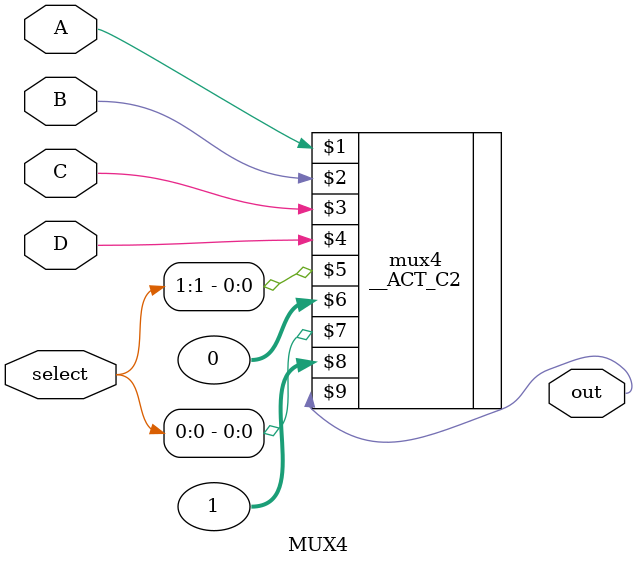
<source format=v>
module MUX4 #(parameter XLEN = 1) (
    input [XLEN - 1 : 0] A, B, C, D,
    input [1:0] select,

    output [XLEN - 1 : 0] out
);
    
    __ACT_C2 #(XLEN) mux4(A, B, C, D, select[1], 0, select[0], 1, out);

endmodule
</source>
